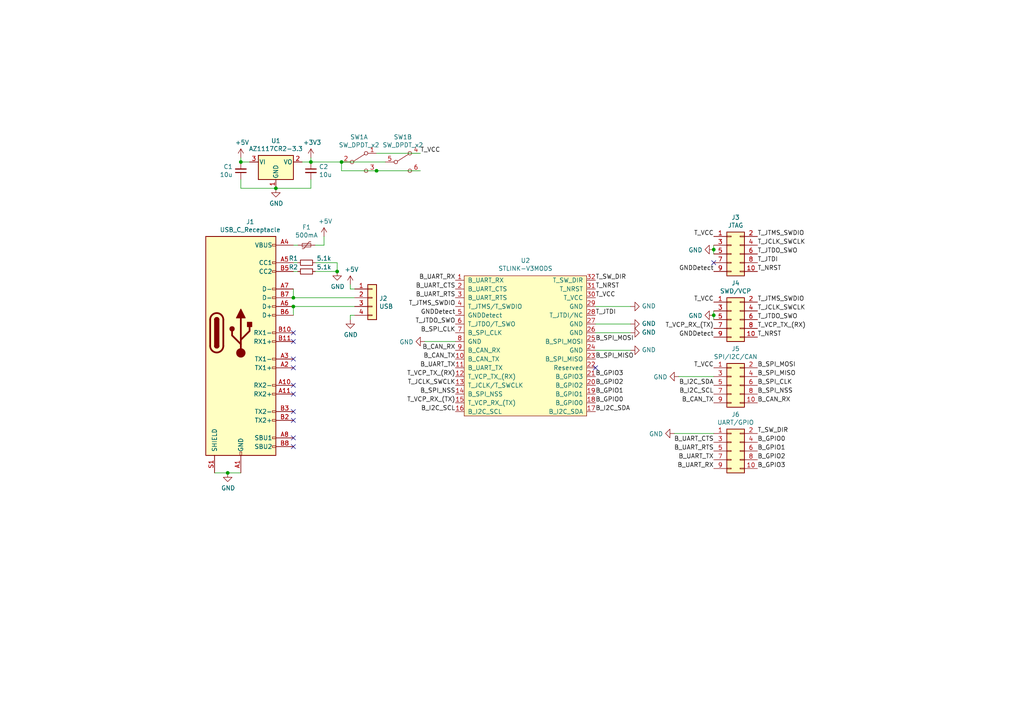
<source format=kicad_sch>
(kicad_sch (version 20231120) (generator "eeschema") (generator_version "8.0")
  (paper "A4")
  (lib_symbols
    (symbol "Connector:USB_C_Receptacle" (pin_names (offset 1.016))
      (property "Reference" "J" (at -10.16 29.21 0))
      (property "Value" "USB_C_Receptacle" (at 10.16 29.21 0))
      (symbol "USB_C_Receptacle_0_0"
        (rectangle (start -0.254 -35.56) (end 0.254 -34.544))
        (rectangle (start 10.16 -32.766) (end 9.144 -33.274))
        (rectangle (start 10.16 -30.226) (end 9.144 -30.734))
        (rectangle (start 10.16 -25.146) (end 9.144 -25.654))
        (rectangle (start 10.16 -22.606) (end 9.144 -23.114))
        (rectangle (start 10.16 -17.526) (end 9.144 -18.034))
        (rectangle (start 10.16 -14.986) (end 9.144 -15.494))
        (rectangle (start 10.16 -9.906) (end 9.144 -10.414))
        (rectangle (start 10.16 -7.366) (end 9.144 -7.874))
        (rectangle (start 10.16 -2.286) (end 9.144 -2.794))
        (rectangle (start 10.16 0.254) (end 9.144 -0.254))
        (rectangle (start 10.16 5.334) (end 9.144 4.826))
        (rectangle (start 10.16 7.874) (end 9.144 7.366))
        (rectangle (start 10.16 10.414) (end 9.144 9.906))
        (rectangle (start 10.16 12.954) (end 9.144 12.446))
        (rectangle (start 10.16 18.034) (end 9.144 17.526))
        (rectangle (start 10.16 20.574) (end 9.144 20.066))
        (rectangle (start 10.16 25.654) (end 9.144 25.146))
      )
      (symbol "USB_C_Receptacle_0_1"
        (rectangle (start -10.16 27.94) (end 10.16 -35.56) (stroke (width 0.254)) (fill (type background)))
        (arc (start -8.89 -3.81) (mid -6.985 -5.7067) (end -5.08 -3.81) (stroke (width 0.508)))
        (arc (start -7.62 -3.81) (mid -6.985 -4.4423) (end -6.35 -3.81) (stroke (width 0.254)))
        (arc (start -7.62 -3.81) (mid -6.985 -4.4423) (end -6.35 -3.81) (stroke (width 0.254)) (fill (type outline)))
        (rectangle (start -7.62 -3.81) (end -6.35 3.81) (stroke (width 0.254)) (fill (type outline)))
        (arc (start -6.35 3.81) (mid -6.985 4.4423) (end -7.62 3.81) (stroke (width 0.254)))
        (arc (start -6.35 3.81) (mid -6.985 4.4423) (end -7.62 3.81) (stroke (width 0.254)) (fill (type outline)))
        (arc (start -5.08 3.81) (mid -6.985 5.7067) (end -8.89 3.81) (stroke (width 0.508)))
        (polyline (pts (xy -8.89 -3.81) (xy -8.89 3.81)) (stroke (width 0.508)))
        (polyline (pts (xy -5.08 3.81) (xy -5.08 -3.81)) (stroke (width 0.508)))
      )
      (symbol "USB_C_Receptacle_1_1"
        (circle (center -2.54 1.143) (radius 0.635) (stroke (width 0.254)) (fill (type outline)))
        (circle (center 0 -5.842) (radius 1.27) (fill (type outline)))
        (polyline (pts (xy 0 -5.842) (xy 0 4.318)) (stroke (width 0.508)))
        (polyline (pts (xy 0 -3.302) (xy -2.54 -0.762) (xy -2.54 0.508)) (stroke (width 0.508)))
        (polyline (pts (xy 0 -2.032) (xy 2.54 0.508) (xy 2.54 1.778)) (stroke (width 0.508)))
        (polyline (pts (xy -1.27 4.318) (xy 0 6.858) (xy 1.27 4.318) (xy -1.27 4.318)) (stroke (width 0.254)) (fill (type outline)))
        (rectangle (start 1.905 1.778) (end 3.175 3.048) (stroke (width 0.254)) (fill (type outline)))
        (pin passive line (at 0 -40.64 90) (length 5.08) (name "GND") (number "A1"))
        (pin bidirectional line (at 15.24 -15.24 180) (length 5.08) (name "RX2-") (number "A10"))
        (pin bidirectional line (at 15.24 -17.78 180) (length 5.08) (name "RX2+") (number "A11"))
        (pin passive line (at 0 -40.64 90) (length 5.08) hide (name "GND") (number "A12"))
        (pin bidirectional line (at 15.24 -10.16 180) (length 5.08) (name "TX1+") (number "A2"))
        (pin bidirectional line (at 15.24 -7.62 180) (length 5.08) (name "TX1-") (number "A3"))
        (pin passive line (at 15.24 25.4 180) (length 5.08) (name "VBUS") (number "A4"))
        (pin bidirectional line (at 15.24 20.32 180) (length 5.08) (name "CC1") (number "A5"))
        (pin bidirectional line (at 15.24 7.62 180) (length 5.08) (name "D+") (number "A6"))
        (pin bidirectional line (at 15.24 12.7 180) (length 5.08) (name "D-") (number "A7"))
        (pin bidirectional line (at 15.24 -30.48 180) (length 5.08) (name "SBU1") (number "A8"))
        (pin passive line (at 15.24 25.4 180) (length 5.08) hide (name "VBUS") (number "A9"))
        (pin passive line (at 0 -40.64 90) (length 5.08) hide (name "GND") (number "B1"))
        (pin bidirectional line (at 15.24 0 180) (length 5.08) (name "RX1-") (number "B10"))
        (pin bidirectional line (at 15.24 -2.54 180) (length 5.08) (name "RX1+") (number "B11"))
        (pin passive line (at 0 -40.64 90) (length 5.08) hide (name "GND") (number "B12"))
        (pin bidirectional line (at 15.24 -25.4 180) (length 5.08) (name "TX2+") (number "B2"))
        (pin bidirectional line (at 15.24 -22.86 180) (length 5.08) (name "TX2-") (number "B3"))
        (pin passive line (at 15.24 25.4 180) (length 5.08) hide (name "VBUS") (number "B4"))
        (pin bidirectional line (at 15.24 17.78 180) (length 5.08) (name "CC2") (number "B5"))
        (pin bidirectional line (at 15.24 5.08 180) (length 5.08) (name "D+") (number "B6"))
        (pin bidirectional line (at 15.24 10.16 180) (length 5.08) (name "D-") (number "B7"))
        (pin bidirectional line (at 15.24 -33.02 180) (length 5.08) (name "SBU2") (number "B8"))
        (pin passive line (at 15.24 25.4 180) (length 5.08) hide (name "VBUS") (number "B9"))
        (pin passive line (at -7.62 -40.64 90) (length 5.08) (name "SHIELD") (number "S1"))
      )
    )
    (symbol "Connector_Generic:Conn_01x04" (pin_names (offset 1.016) hide)
      (property "Reference" "J" (at 0 5.08 0))
      (property "Value" "Conn_01x04" (at 0 -7.62 0))
      (symbol "Conn_01x04_1_1"
        (rectangle (start -1.27 -4.953) (end 0 -5.207) (stroke (width 0.1524)))
        (rectangle (start -1.27 -2.413) (end 0 -2.667) (stroke (width 0.1524)))
        (rectangle (start -1.27 0.127) (end 0 -0.127) (stroke (width 0.1524)))
        (rectangle (start -1.27 2.667) (end 0 2.413) (stroke (width 0.1524)))
        (rectangle (start -1.27 3.81) (end 1.27 -6.35) (stroke (width 0.254)) (fill (type background)))
        (pin passive line (at -5.08 2.54 0) (length 3.81) (name "Pin_1") (number "1"))
        (pin passive line (at -5.08 0 0) (length 3.81) (name "Pin_2") (number "2"))
        (pin passive line (at -5.08 -2.54 0) (length 3.81) (name "Pin_3") (number "3"))
        (pin passive line (at -5.08 -5.08 0) (length 3.81) (name "Pin_4") (number "4"))
      )
    )
    (symbol "Connector_Generic:Conn_02x05_Odd_Even" (pin_names (offset 1.016) hide)
      (property "Reference" "J" (at 1.27 7.62 0))
      (property "Value" "Conn_02x05_Odd_Even" (at 1.27 -7.62 0))
      (symbol "Conn_02x05_Odd_Even_1_1"
        (rectangle (start -1.27 -4.953) (end 0 -5.207) (stroke (width 0.1524)))
        (rectangle (start -1.27 -2.413) (end 0 -2.667) (stroke (width 0.1524)))
        (rectangle (start -1.27 0.127) (end 0 -0.127) (stroke (width 0.1524)))
        (rectangle (start -1.27 2.667) (end 0 2.413) (stroke (width 0.1524)))
        (rectangle (start -1.27 5.207) (end 0 4.953) (stroke (width 0.1524)))
        (rectangle (start -1.27 6.35) (end 3.81 -6.35) (stroke (width 0.254)) (fill (type background)))
        (rectangle (start 3.81 -4.953) (end 2.54 -5.207) (stroke (width 0.1524)))
        (rectangle (start 3.81 -2.413) (end 2.54 -2.667) (stroke (width 0.1524)))
        (rectangle (start 3.81 0.127) (end 2.54 -0.127) (stroke (width 0.1524)))
        (rectangle (start 3.81 2.667) (end 2.54 2.413) (stroke (width 0.1524)))
        (rectangle (start 3.81 5.207) (end 2.54 4.953) (stroke (width 0.1524)))
        (pin passive line (at -5.08 5.08 0) (length 3.81) (name "Pin_1") (number "1"))
        (pin passive line (at 7.62 -5.08 180) (length 3.81) (name "Pin_10") (number "10"))
        (pin passive line (at 7.62 5.08 180) (length 3.81) (name "Pin_2") (number "2"))
        (pin passive line (at -5.08 2.54 0) (length 3.81) (name "Pin_3") (number "3"))
        (pin passive line (at 7.62 2.54 180) (length 3.81) (name "Pin_4") (number "4"))
        (pin passive line (at -5.08 0 0) (length 3.81) (name "Pin_5") (number "5"))
        (pin passive line (at 7.62 0 180) (length 3.81) (name "Pin_6") (number "6"))
        (pin passive line (at -5.08 -2.54 0) (length 3.81) (name "Pin_7") (number "7"))
        (pin passive line (at 7.62 -2.54 180) (length 3.81) (name "Pin_8") (number "8"))
        (pin passive line (at -5.08 -5.08 0) (length 3.81) (name "Pin_9") (number "9"))
      )
    )
    (symbol "Device:C_Small" (pin_numbers hide) (pin_names (offset 0.254) hide)
      (property "Reference" "C" (at 0.254 1.778 0))
      (property "Value" "C_Small" (at 0.254 -2.032 0))
      (symbol "C_Small_0_1"
        (polyline (pts (xy -1.524 -0.508) (xy 1.524 -0.508)) (stroke (width 0.3302)))
        (polyline (pts (xy -1.524 0.508) (xy 1.524 0.508)) (stroke (width 0.3048)))
      )
      (symbol "C_Small_1_1"
        (pin passive line (at 0 2.54 270) (length 2.032) (name "~") (number "1"))
        (pin passive line (at 0 -2.54 90) (length 2.032) (name "~") (number "2"))
      )
    )
    (symbol "Device:Polyfuse_Small" (pin_numbers hide) (pin_names (offset 0))
      (property "Reference" "F" (at -1.905 0 90))
      (property "Value" "Polyfuse_Small" (at 1.905 0 90))
      (symbol "Polyfuse_Small_0_1"
        (rectangle (start -0.508 1.27) (end 0.508 -1.27))
        (polyline (pts (xy 0 2.54) (xy 0 -2.54)))
        (polyline (pts (xy -1.016 1.27) (xy -1.016 0.762) (xy 1.016 -0.762) (xy 1.016 -1.27)))
      )
      (symbol "Polyfuse_Small_1_1"
        (pin passive line (at 0 2.54 270) (length 0.635) (name "~") (number "1"))
        (pin passive line (at 0 -2.54 90) (length 0.635) (name "~") (number "2"))
      )
    )
    (symbol "Device:R_Small" (pin_numbers hide) (pin_names (offset 0.254) hide)
      (property "Reference" "R" (at 0.762 0.508 0))
      (property "Value" "R_Small" (at 0.762 -1.016 0))
      (symbol "R_Small_0_1"
        (rectangle (start -0.762 1.778) (end 0.762 -1.778) (stroke (width 0.2032)))
      )
      (symbol "R_Small_1_1"
        (pin passive line (at 0 2.54 270) (length 0.762) (name "~") (number "1"))
        (pin passive line (at 0 -2.54 90) (length 0.762) (name "~") (number "2"))
      )
    )
    (symbol "Regulator_Linear:AZ1117-3.3" (pin_names (offset 0.254))
      (property "Reference" "U" (at -3.81 3.175 0))
      (property "Value" "AZ1117-3.3" (at 0 3.175 0))
      (symbol "AZ1117-3.3_0_1"
        (rectangle (start -5.08 1.905) (end 5.08 -5.08) (stroke (width 0.254)) (fill (type background)))
      )
      (symbol "AZ1117-3.3_1_1"
        (pin power_in line (at 0 -7.62 90) (length 2.54) (name "GND") (number "1"))
        (pin power_out line (at 7.62 0 180) (length 2.54) (name "VO") (number "2"))
        (pin power_in line (at -7.62 0 0) (length 2.54) (name "VI") (number "3"))
      )
    )
    (symbol "Switch:SW_DPDT_x2" (pin_names (offset 0) hide)
      (property "Reference" "SW" (at 0 4.318 0))
      (property "Value" "SW_DPDT_x2" (at 0 -5.08 0))
      (symbol "SW_DPDT_x2_0_0"
        (circle (center -2.032 0) (radius 0.508))
        (circle (center 2.032 -2.54) (radius 0.508))
      )
      (symbol "SW_DPDT_x2_0_1"
        (polyline (pts (xy -1.524 0.254) (xy 1.651 2.286)))
        (circle (center 2.032 2.54) (radius 0.508))
      )
      (symbol "SW_DPDT_x2_1_1"
        (pin passive line (at 5.08 2.54 180) (length 2.54) (name "A") (number "1"))
        (pin passive line (at -5.08 0 0) (length 2.54) (name "B") (number "2"))
        (pin passive line (at 5.08 -2.54 180) (length 2.54) (name "C") (number "3"))
      )
      (symbol "SW_DPDT_x2_2_1"
        (pin passive line (at 5.08 2.54 180) (length 2.54) (name "A") (number "4"))
        (pin passive line (at -5.08 0 0) (length 2.54) (name "B") (number "5"))
        (pin passive line (at 5.08 -2.54 180) (length 2.54) (name "C") (number "6"))
      )
    )
    (symbol "power:+3V3" (power) (pin_names (offset 0))
      (property "Value" "+3V3" (at 0 3.556 0))
      (symbol "+3V3_0_1"
        (polyline (pts (xy -0.762 1.27) (xy 0 2.54)))
        (polyline (pts (xy 0 0) (xy 0 2.54)))
        (polyline (pts (xy 0 2.54) (xy 0.762 1.27)))
      )
      (symbol "+3V3_1_1"
        (pin power_in line (at 0 0 90) (length 0) hide (name "+3V3") (number "1"))
      )
    )
    (symbol "power:+5V" (power) (pin_names (offset 0))
      (property "Value" "+5V" (at 0 3.556 0))
      (symbol "+5V_0_1"
        (polyline (pts (xy -0.762 1.27) (xy 0 2.54)))
        (polyline (pts (xy 0 0) (xy 0 2.54)))
        (polyline (pts (xy 0 2.54) (xy 0.762 1.27)))
      )
      (symbol "+5V_1_1"
        (pin power_in line (at 0 0 90) (length 0) hide (name "+5V") (number "1"))
      )
    )
    (symbol "power:GND" (power) (pin_names (offset 0))
      (property "Value" "GND" (at 0 -3.81 0))
      (symbol "GND_0_1"
        (polyline (pts (xy 0 0) (xy 0 -1.27) (xy 1.27 -1.27) (xy 0 -2.54) (xy -1.27 -1.27) (xy 0 -1.27)))
      )
      (symbol "GND_1_1"
        (pin power_in line (at 0 0 270) (length 0) hide (name "GND") (number "1"))
      )
    )
    (symbol "stlinkv3mods:STLINK-V3MODS" (pin_names (offset 1.016))
      (property "Reference" "U" (at -1.27 25.4 0))
      (property "Value" "STLINK-V3MODS" (at 0 22.86 0))
      (symbol "STLINK-V3MODS_0_1"
        (rectangle (start -17.78 20.32) (end 17.78 -20.32) (fill (type background)))
      )
      (symbol "STLINK-V3MODS_1_1"
        (pin input line (at -20.32 19.05 0) (length 2.54) (name "B_UART_RX") (number "1"))
        (pin output line (at -20.32 -3.81 0) (length 2.54) (name "B_CAN_TX") (number "10"))
        (pin output line (at -20.32 -6.35 0) (length 2.54) (name "B_UART_TX") (number "11"))
        (pin input line (at -20.32 -8.89 0) (length 2.54) (name "T_VCP_TX_(RX)") (number "12"))
        (pin output line (at -20.32 -11.43 0) (length 2.54) (name "T_JCLK/T_SWCLK") (number "13"))
        (pin bidirectional line (at -20.32 -13.97 0) (length 2.54) (name "B_SPI_NSS") (number "14"))
        (pin output line (at -20.32 -16.51 0) (length 2.54) (name "T_VCP_RX_(TX)") (number "15"))
        (pin output line (at -20.32 -19.05 0) (length 2.54) (name "B_I2C_SCL") (number "16"))
        (pin bidirectional line (at 20.32 -19.05 180) (length 2.54) (name "B_I2C_SDA") (number "17"))
        (pin bidirectional line (at 20.32 -16.51 180) (length 2.54) (name "B_GPIO0") (number "18"))
        (pin bidirectional line (at 20.32 -13.97 180) (length 2.54) (name "B_GPIO1") (number "19"))
        (pin input line (at -20.32 16.51 0) (length 2.54) (name "B_UART_CTS") (number "2"))
        (pin bidirectional line (at 20.32 -11.43 180) (length 2.54) (name "B_GPIO2") (number "20"))
        (pin bidirectional line (at 20.32 -8.89 180) (length 2.54) (name "B_GPIO3") (number "21"))
        (pin passive line (at 20.32 -6.35 180) (length 2.54) (name "Reserved") (number "22"))
        (pin bidirectional line (at 20.32 -3.81 180) (length 2.54) (name "B_SPI_MISO") (number "23"))
        (pin power_in line (at 20.32 -1.27 180) (length 2.54) (name "GND") (number "24"))
        (pin bidirectional line (at 20.32 1.27 180) (length 2.54) (name "B_SPI_MOSI") (number "25"))
        (pin power_in line (at 20.32 3.81 180) (length 2.54) (name "GND") (number "26"))
        (pin power_in line (at 20.32 6.35 180) (length 2.54) (name "GND") (number "27"))
        (pin output line (at 20.32 8.89 180) (length 2.54) (name "T_JTDI/NC") (number "28"))
        (pin power_in line (at 20.32 11.43 180) (length 2.54) (name "GND") (number "29"))
        (pin output line (at -20.32 13.97 0) (length 2.54) (name "B_UART_RTS") (number "3"))
        (pin input line (at 20.32 13.97 180) (length 2.54) (name "T_VCC") (number "30"))
        (pin output line (at 20.32 16.51 180) (length 2.54) (name "T_NRST") (number "31"))
        (pin output line (at 20.32 19.05 180) (length 2.54) (name "T_SW_DIR") (number "32"))
        (pin output line (at -20.32 11.43 0) (length 2.54) (name "T_JTMS/T_SWDIO") (number "4"))
        (pin input line (at -20.32 8.89 0) (length 2.54) (name "GNDDetect") (number "5"))
        (pin input line (at -20.32 6.35 0) (length 2.54) (name "T_JTDO/T_SWO") (number "6"))
        (pin bidirectional line (at -20.32 3.81 0) (length 2.54) (name "B_SPI_CLK") (number "7"))
        (pin power_in line (at -20.32 1.27 0) (length 2.54) (name "GND") (number "8"))
        (pin input line (at -20.32 -1.27 0) (length 2.54) (name "B_CAN_RX") (number "9"))
      )
    )
  )
  (junction (at 90.17 46.99))
  (junction (at 80.01 54.61))
  (junction (at 66.04 137.16))
  (junction (at 109.22 49.53))
  (junction (at 207.01 72.39))
  (junction (at 99.06 46.99))
  (junction (at 85.09 88.9))
  (junction (at 85.09 86.36))
  (junction (at 207.01 91.44))
  (junction (at 69.85 46.99))
  (junction (at 97.79 78.74))
  (no_connect (at 85.09 96.52))
  (no_connect (at 85.09 106.68))
  (no_connect (at 85.09 114.3))
  (no_connect (at 207.01 76.2))
  (no_connect (at 85.09 127))
  (no_connect (at 85.09 99.06))
  (no_connect (at 172.72 106.68))
  (no_connect (at 85.09 121.92))
  (no_connect (at 85.09 129.54))
  (no_connect (at 85.09 119.38))
  (no_connect (at 85.09 104.14))
  (no_connect (at 85.09 111.76))
  (wire (pts (xy 90.17 46.99) (xy 87.63 46.99)))
  (wire (pts (xy 99.06 49.53) (xy 99.06 46.99)))
  (wire (pts (xy 101.6 91.44) (xy 102.87 91.44)))
  (wire (pts (xy 93.98 71.12) (xy 93.98 68.58)))
  (wire (pts (xy 123.19 99.06) (xy 132.08 99.06)))
  (wire (pts (xy 62.23 137.16) (xy 66.04 137.16)))
  (wire (pts (xy 85.09 88.9) (xy 85.09 91.44)))
  (wire (pts (xy 207.01 72.39) (xy 207.01 71.12)))
  (wire (pts (xy 85.09 78.74) (xy 86.36 78.74)))
  (wire (pts (xy 207.01 73.66) (xy 207.01 72.39)))
  (wire (pts (xy 85.09 76.2) (xy 86.36 76.2)))
  (wire (pts (xy 109.22 49.53) (xy 121.92 49.53)))
  (wire (pts (xy 85.09 86.36) (xy 102.87 86.36)))
  (wire (pts (xy 66.04 137.16) (xy 69.85 137.16)))
  (wire (pts (xy 207.01 90.17) (xy 207.01 91.44)))
  (wire (pts (xy 85.09 88.9) (xy 102.87 88.9)))
  (wire (pts (xy 91.44 76.2) (xy 97.79 76.2)))
  (wire (pts (xy 69.85 46.99) (xy 72.39 46.99)))
  (wire (pts (xy 195.58 125.73) (xy 207.01 125.73)))
  (wire (pts (xy 111.76 46.99) (xy 99.06 46.99)))
  (wire (pts (xy 172.72 93.98) (xy 182.88 93.98)))
  (wire (pts (xy 109.22 44.45) (xy 121.92 44.45)))
  (wire (pts (xy 172.72 88.9) (xy 182.88 88.9)))
  (wire (pts (xy 91.44 71.12) (xy 93.98 71.12)))
  (wire (pts (xy 172.72 96.52) (xy 182.88 96.52)))
  (wire (pts (xy 69.85 54.61) (xy 80.01 54.61)))
  (wire (pts (xy 90.17 54.61) (xy 90.17 52.07)))
  (wire (pts (xy 109.22 49.53) (xy 99.06 49.53)))
  (wire (pts (xy 101.6 83.82) (xy 102.87 83.82)))
  (wire (pts (xy 101.6 92.71) (xy 101.6 91.44)))
  (wire (pts (xy 90.17 45.72) (xy 90.17 46.99)))
  (wire (pts (xy 91.44 78.74) (xy 97.79 78.74)))
  (wire (pts (xy 196.85 109.22) (xy 207.01 109.22)))
  (wire (pts (xy 90.17 46.99) (xy 99.06 46.99)))
  (wire (pts (xy 172.72 101.6) (xy 182.88 101.6)))
  (wire (pts (xy 85.09 83.82) (xy 85.09 86.36)))
  (wire (pts (xy 97.79 76.2) (xy 97.79 78.74)))
  (wire (pts (xy 80.01 54.61) (xy 90.17 54.61)))
  (wire (pts (xy 69.85 52.07) (xy 69.85 54.61)))
  (wire (pts (xy 69.85 45.72) (xy 69.85 46.99)))
  (wire (pts (xy 85.09 71.12) (xy 86.36 71.12)))
  (wire (pts (xy 101.6 82.55) (xy 101.6 83.82)))
  (wire (pts (xy 207.01 91.44) (xy 207.01 92.71)))
  (label "B_GPIO0" (at 172.72 116.84 0))
  (label "T_JCLK_SWCLK" (at 219.71 90.17 0))
  (label "T_VCP_RX_(TX)" (at 207.01 95.25 180))
  (label "B_UART_RX" (at 132.08 81.28 180))
  (label "T_JTDO_SWO" (at 219.71 92.71 0))
  (label "T_VCP_TX_(RX)" (at 219.71 95.25 0))
  (label "B_CAN_RX" (at 132.08 101.6 180))
  (label "B_CAN_TX" (at 207.01 116.84 180))
  (label "B_SPI_NSS" (at 132.08 114.3 180))
  (label "B_SPI_MISO" (at 172.72 104.14 0))
  (label "T_SW_DIR" (at 219.71 125.73 0))
  (label "B_UART_CTS" (at 132.08 83.82 180))
  (label "B_CAN_TX" (at 132.08 104.14 180))
  (label "T_VCC" (at 207.01 68.58 180))
  (label "T_JTMS_SWDIO" (at 132.08 88.9 180))
  (label "B_GPIO3" (at 219.71 135.89 0))
  (label "B_SPI_CLK" (at 132.08 96.52 180))
  (label "T_JTDI" (at 172.72 91.44 0))
  (label "T_JTMS_SWDIO" (at 219.71 68.58 0))
  (label "T_JTDO_SWO" (at 219.71 73.66 0))
  (label "B_GPIO2" (at 172.72 111.76 0))
  (label "T_VCC" (at 207.01 87.63 180))
  (label "B_GPIO0" (at 219.71 128.27 0))
  (label "B_UART_RTS" (at 132.08 86.36 180))
  (label "T_SW_DIR" (at 172.72 81.28 0))
  (label "B_I2C_SDA" (at 172.72 119.38 0))
  (label "B_SPI_MISO" (at 219.71 109.22 0))
  (label "T_JTMS_SWDIO" (at 219.71 87.63 0))
  (label "T_JCLK_SWCLK" (at 132.08 111.76 180))
  (label "B_I2C_SDA" (at 207.01 111.76 180))
  (label "B_GPIO3" (at 172.72 109.22 0))
  (label "B_I2C_SCL" (at 132.08 119.38 180))
  (label "B_GPIO1" (at 172.72 114.3 0))
  (label "B_UART_TX" (at 132.08 106.68 180))
  (label "GNDDetect" (at 207.01 97.79 180))
  (label "B_UART_CTS" (at 207.01 128.27 180))
  (label "B_I2C_SCL" (at 207.01 114.3 180))
  (label "T_VCP_RX_(TX)" (at 132.08 116.84 180))
  (label "B_SPI_NSS" (at 219.71 114.3 0))
  (label "B_SPI_MOSI" (at 172.72 99.06 0))
  (label "T_VCC" (at 207.01 106.68 180))
  (label "T_JTDI" (at 219.71 76.2 0))
  (label "T_NRST" (at 219.71 78.74 0))
  (label "B_SPI_CLK" (at 219.71 111.76 0))
  (label "T_JCLK_SWCLK" (at 219.71 71.12 0))
  (label "B_UART_RTS" (at 207.01 130.81 180))
  (label "B_UART_RX" (at 207.01 135.89 180))
  (label "GNDDetect" (at 132.08 91.44 180))
  (label "B_CAN_RX" (at 219.71 116.84 0))
  (label "T_VCP_TX_(RX)" (at 132.08 109.22 180))
  (label "B_GPIO2" (at 219.71 133.35 0))
  (label "T_NRST" (at 219.71 97.79 0))
  (label "B_UART_TX" (at 207.01 133.35 180))
  (label "T_JTDO_SWO" (at 132.08 93.98 180))
  (label "B_SPI_MOSI" (at 219.71 106.68 0))
  (label "GNDDetect" (at 207.01 78.74 180))
  (label "T_NRST" (at 172.72 83.82 0))
  (label "T_VCC" (at 121.92 44.45 0))
  (label "B_GPIO1" (at 219.71 130.81 0))
  (label "T_VCC" (at 172.72 86.36 0))
  (symbol (lib_id "Connector:USB_C_Receptacle") (at 69.85 96.52 0) (unit 1)
    (property "Reference" "J1" (at 72.5678 64.3382 0))
    (property "Value" "USB_C_Receptacle" (at 72.5678 66.6496 0))
    (property "Footprint" "Connector_USB:USB_C_Receptacle_Palconn_UTC16-G" (effects (hide yes)))
    (property "Datasheet" "https://www.usb.org/sites/default/files/documents/usb_type-c.zip" (effects (hide yes)))
  )
  (symbol (lib_id "stlinkv3mods:STLINK-V3MODS") (at 152.4 100.33 0) (unit 1)
    (property "Reference" "U2" (at 152.4 75.565 0))
    (property "Value" "STLINK-V3MODS" (at 152.4 77.8764 0))
    (property "Footprint" "stlinkv3mods:STLINK-V3MODS" (effects (hide yes)))
  )
  (symbol (lib_id "power:GND") (at 66.04 137.16 0) (unit 1)
    (property "Reference" "#PWR01" (effects (hide yes)))
    (property "Value" "GND" (at 66.167 141.5542 0))
  )
  (symbol (lib_id "Device:Polyfuse_Small") (at 88.9 71.12 270) (unit 1)
    (property "Reference" "F1" (at 88.9 65.913 90))
    (property "Value" "500mA" (at 88.9 68.2244 90))
    (property "Footprint" "Fuse:Fuse_1206_3216Metric" (effects (hide yes)))
  )
  (symbol (lib_id "power:+5V") (at 93.98 68.58 0) (unit 1)
    (property "Reference" "#PWR05" (effects (hide yes)))
    (property "Value" "+5V" (at 94.361 64.1858 0))
  )
  (symbol (lib_id "Device:R_Small") (at 88.9 76.2 270) (unit 1)
    (property "Reference" "R1" (at 85.09 74.93 90))
    (property "Value" "5.1k" (at 93.98 74.93 90))
    (property "Footprint" "Resistor_SMD:R_0603_1608Metric" (effects (hide yes)))
  )
  (symbol (lib_id "Device:R_Small") (at 88.9 78.74 270) (unit 1)
    (property "Reference" "R2" (at 85.09 77.47 90))
    (property "Value" "5.1k" (at 93.98 77.47 90))
    (property "Footprint" "Resistor_SMD:R_0603_1608Metric" (effects (hide yes)))
  )
  (symbol (lib_id "power:GND") (at 97.79 78.74 0) (unit 1)
    (property "Reference" "#PWR06" (effects (hide yes)))
    (property "Value" "GND" (at 97.917 83.1342 0))
  )
  (symbol (lib_id "Connector_Generic:Conn_01x04") (at 107.95 86.36 0) (unit 1)
    (property "Reference" "J2" (at 109.982 86.5632 0) (effects (justify left)))
    (property "Value" "USB" (at 109.982 88.8746 0) (effects (justify left)))
    (property "Footprint" "Connector_PinHeader_1.27mm:PinHeader_1x04_P1.27mm_Vertical" (effects (hide yes)))
  )
  (symbol (lib_id "power:+5V") (at 101.6 82.55 0) (unit 1)
    (property "Reference" "#PWR07" (effects (hide yes)))
    (property "Value" "+5V" (at 101.981 78.1558 0))
  )
  (symbol (lib_id "power:GND") (at 101.6 92.71 0) (unit 1)
    (property "Reference" "#PWR08" (effects (hide yes)))
    (property "Value" "GND" (at 101.727 97.1042 0))
  )
  (symbol (lib_id "Regulator_Linear:AZ1117-3.3") (at 80.01 46.99 0) (unit 1)
    (property "Reference" "U1" (at 80.01 40.8432 0))
    (property "Value" "AZ1117CR2-3.3" (at 80.01 43.1546 0))
    (property "Footprint" "Package_TO_SOT_SMD:SOT-89-3" (effects (hide yes)))
    (property "Datasheet" "https://www.diodes.com/assets/Datasheets/AZ1117.pdf" (effects (hide yes)))
  )
  (symbol (lib_id "Device:C_Small") (at 90.17 49.53 0) (unit 1)
    (property "Reference" "C2" (at 92.5068 48.3616 0) (effects (justify left)))
    (property "Value" "10u" (at 92.5068 50.673 0) (effects (justify left)))
    (property "Footprint" "Capacitor_SMD:C_0805_2012Metric" (effects (hide yes)))
  )
  (symbol (lib_id "Device:C_Small") (at 69.85 49.53 0) (mirror x) (unit 1)
    (property "Reference" "C1" (at 67.5132 48.3616 0) (effects (justify right)))
    (property "Value" "10u" (at 67.5132 50.673 0) (effects (justify right)))
    (property "Footprint" "Capacitor_SMD:C_0805_2012Metric" (effects (hide yes)))
  )
  (symbol (lib_id "power:+5V") (at 69.85 45.72 0) (unit 1)
    (property "Reference" "#PWR02" (effects (hide yes)))
    (property "Value" "+5V" (at 70.231 41.3258 0))
  )
  (symbol (lib_id "power:+3V3") (at 90.17 45.72 0) (unit 1)
    (property "Reference" "#PWR04" (effects (hide yes)))
    (property "Value" "+3V3" (at 90.551 41.3258 0))
  )
  (symbol (lib_id "power:GND") (at 80.01 54.61 0) (unit 1)
    (property "Reference" "#PWR03" (effects (hide yes)))
    (property "Value" "GND" (at 80.137 59.0042 0))
  )
  (symbol (lib_id "power:GND") (at 123.19 99.06 270) (unit 1)
    (property "Reference" "#PWR09" (effects (hide yes)))
    (property "Value" "GND" (at 119.9388 99.187 90) (effects (justify right)))
  )
  (symbol (lib_id "power:GND") (at 182.88 88.9 90) (unit 1)
    (property "Reference" "#PWR010" (effects (hide yes)))
    (property "Value" "GND" (at 186.1312 88.773 90) (effects (justify right)))
  )
  (symbol (lib_id "power:GND") (at 182.88 93.98 90) (unit 1)
    (property "Reference" "#PWR011" (effects (hide yes)))
    (property "Value" "GND" (at 186.1312 93.853 90) (effects (justify right)))
  )
  (symbol (lib_id "power:GND") (at 182.88 96.52 90) (unit 1)
    (property "Reference" "#PWR012" (effects (hide yes)))
    (property "Value" "GND" (at 186.1312 96.393 90) (effects (justify right)))
  )
  (symbol (lib_id "power:GND") (at 182.88 101.6 90) (unit 1)
    (property "Reference" "#PWR013" (effects (hide yes)))
    (property "Value" "GND" (at 186.1312 101.473 90) (effects (justify right)))
  )
  (symbol (lib_id "Connector_Generic:Conn_02x05_Odd_Even") (at 212.09 73.66 0) (unit 1)
    (property "Reference" "J3" (at 213.36 63.0682 0))
    (property "Value" "JTAG" (at 213.36 65.3796 0))
    (property "Footprint" "Connector_PinHeader_1.27mm:PinHeader_2x05_P1.27mm_Vertical_SMD" (effects (hide yes)))
  )
  (symbol (lib_id "Connector_Generic:Conn_02x05_Odd_Even") (at 212.09 92.71 0) (unit 1)
    (property "Reference" "J4" (at 213.36 82.1182 0))
    (property "Value" "SWD/VCP" (at 213.36 84.4296 0))
    (property "Footprint" "Connector_PinHeader_1.27mm:PinHeader_2x05_P1.27mm_Vertical_SMD" (effects (hide yes)))
  )
  (symbol (lib_id "Connector_Generic:Conn_02x05_Odd_Even") (at 212.09 111.76 0) (unit 1)
    (property "Reference" "J5" (at 213.36 101.1682 0))
    (property "Value" "SPI/I2C/CAN" (at 213.36 103.4796 0))
    (property "Footprint" "Connector_PinHeader_1.27mm:PinHeader_2x05_P1.27mm_Vertical_SMD" (effects (hide yes)))
  )
  (symbol (lib_id "power:GND") (at 207.01 72.39 270) (unit 1)
    (property "Reference" "#PWR016" (effects (hide yes)))
    (property "Value" "GND" (at 203.7588 72.517 90) (effects (justify right)))
  )
  (symbol (lib_id "power:GND") (at 207.01 91.44 270) (unit 1)
    (property "Reference" "#PWR017" (effects (hide yes)))
    (property "Value" "GND" (at 203.7588 91.567 90) (effects (justify right)))
  )
  (symbol (lib_id "Connector_Generic:Conn_02x05_Odd_Even") (at 212.09 130.81 0) (unit 1)
    (property "Reference" "J6" (at 213.36 120.2182 0))
    (property "Value" "UART/GPIO" (at 213.36 122.5296 0))
    (property "Footprint" "Connector_PinHeader_1.27mm:PinHeader_2x05_P1.27mm_Vertical_SMD" (effects (hide yes)))
  )
  (symbol (lib_id "power:GND") (at 196.85 109.22 270) (unit 1)
    (property "Reference" "#PWR014" (effects (hide yes)))
    (property "Value" "GND" (at 193.5988 109.347 90) (effects (justify right)))
  )
  (symbol (lib_id "power:GND") (at 195.58 125.73 270) (unit 1)
    (property "Reference" "#PWR015" (effects (hide yes)))
    (property "Value" "GND" (at 192.3288 125.857 90) (effects (justify right)))
  )
  (symbol (lib_id "Switch:SW_DPDT_x2") (at 104.14 46.99 0) (unit 1)
    (property "Reference" "SW1" (at 104.14 39.751 0))
    (property "Value" "SW_DPDT_x2" (at 104.14 42.0624 0))
    (property "Footprint" "Button_Switch_THT:SW_CuK_JS202011CQN_DPDT_Straight" (effects (hide yes)))
  )
  (symbol (lib_id "Switch:SW_DPDT_x2") (at 116.84 46.99 0) (unit 2)
    (property "Reference" "SW1" (at 116.84 39.751 0))
    (property "Value" "SW_DPDT_x2" (at 116.84 42.0624 0))
    (property "Footprint" "Button_Switch_THT:SW_CuK_JS202011CQN_DPDT_Straight" (effects (hide yes)))
  )
)
</source>
